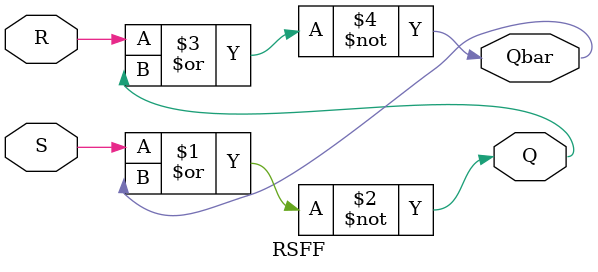
<source format=v>
module RSFF (
  input S,
  input R,
  output Q,
  output Qbar
);

  assign Q = ~( S | Qbar );
  assign Qbar = ~( R | Q );

endmodule


</source>
